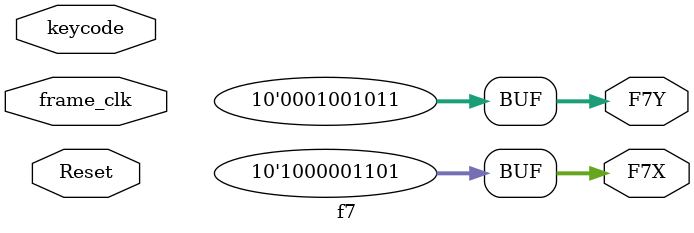
<source format=sv>

module  f7 ( input Reset, frame_clk, input [7:0] keycode,
               output [9:0]  F7X, F7Y);
    
       
    assign F7X = 525;
   
    assign F7Y = 75;
    

endmodule

</source>
